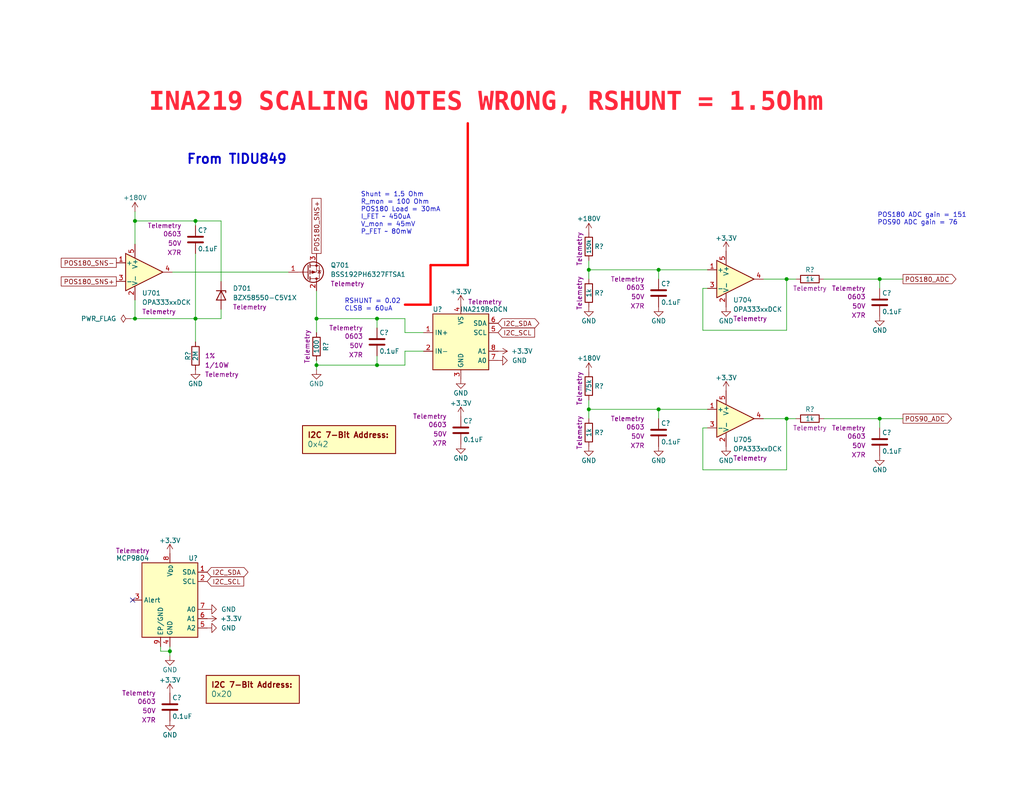
<source format=kicad_sch>
(kicad_sch (version 20230121) (generator eeschema)
  (paper "A")
  (title_block (date "2023-05-12") (rev "PRELIM") (company "Drew Maatman"))
  (lib_symbols
    (symbol "Amplifier_Operational:OPA333xxDCK" (pin_names (offset 0.127))
      (property "Reference" "U" (at 0 5.08 0))
      (property "Value" "OPA333xxDCK" (at 0 -5.08 0))
      (symbol "OPA333xxDCK_0_1"
        (polyline (pts (xy -5.08 5.08) (xy 5.08 0) (xy -5.08 -5.08) (xy -5.08 5.08)) (stroke (width 0.254)) (fill (type background)))
        (pin power_in line (at -2.54 -7.62 90) (length 3.81) (name "V-") (number "2"))
        (pin power_in line (at -2.54 7.62 270) (length 3.81) (name "V+") (number "5"))
      )
      (symbol "OPA333xxDCK_1_1"
        (pin input line (at -7.62 2.54 0) (length 2.54) (name "+") (number "1"))
        (pin input line (at -7.62 -2.54 0) (length 2.54) (name "-") (number "3"))
        (pin output line (at 7.62 0 180) (length 2.54) (name "~") (number "4"))
      )
    )
    (symbol "Analog_ADC:INA219BxDCN"
      (property "Reference" "U" (at -6.35 8.89 0))
      (property "Value" "Analog_ADC_INA219BxDCN" (at 6.35 8.89 0))
      (symbol "INA219BxDCN_0_1"
        (rectangle (start -7.62 7.62) (end 7.62 -7.62) (stroke (width 0.254)) (fill (type background)))
      )
      (symbol "INA219BxDCN_1_1"
        (pin input line (at -10.16 2.54 0) (length 2.54) (name "IN+") (number "1"))
        (pin input line (at -10.16 -2.54 0) (length 2.54) (name "IN-") (number "2"))
        (pin power_in line (at 0 -10.16 90) (length 2.54) (name "GND") (number "3"))
        (pin power_in line (at 0 10.16 270) (length 2.54) (name "VS") (number "4"))
        (pin input line (at 10.16 2.54 180) (length 2.54) (name "SCL") (number "5"))
        (pin bidirectional line (at 10.16 5.08 180) (length 2.54) (name "SDA") (number "6"))
        (pin input line (at 10.16 -5.08 180) (length 2.54) (name "A0") (number "7"))
        (pin input line (at 10.16 -2.54 180) (length 2.54) (name "A1") (number "8"))
      )
    )
    (symbol "Custom Library:+180" (power) (pin_names (offset 0))
      (property "Value" "+180V" (at 0 3.81 0))
      (symbol "+180_0_1"
        (polyline (pts (xy -0.762 1.27) (xy 0 2.54)))
        (polyline (pts (xy 0 0) (xy 0 2.54)))
        (polyline (pts (xy 0 2.54) (xy 0.762 1.27)))
      )
      (symbol "+180_1_1"
        (pin power_in line (at 0 0 90) (length 0) hide (name "+180V") (number "1"))
      )
    )
    (symbol "Custom Library:+180V" (power) (pin_names (offset 0))
      (property "Value" "+180V" (at 0 3.81 0))
      (symbol "+180V_0_1"
        (polyline (pts (xy -0.762 1.27) (xy 0 2.54)))
        (polyline (pts (xy 0 0) (xy 0 2.54)))
        (polyline (pts (xy 0 2.54) (xy 0.762 1.27)))
      )
      (symbol "+180V_1_1"
        (pin power_in line (at 0 0 90) (length 0) hide (name "+180V") (number "1"))
      )
    )
    (symbol "Custom Library:+90V" (power) (pin_names (offset 0))
      (property "Value" "+90V" (at 0 3.81 0))
      (symbol "+90V_0_1"
        (polyline (pts (xy -0.762 1.27) (xy 0 2.54)))
        (polyline (pts (xy 0 0) (xy 0 2.54)))
        (polyline (pts (xy 0 2.54) (xy 0.762 1.27)))
      )
      (symbol "+90V_1_1"
        (pin power_in line (at 0 0 90) (length 0) hide (name "+180V") (number "1"))
      )
    )
    (symbol "Custom_Library:C_Custom" (pin_numbers hide) (pin_names (offset 0.254))
      (property "Reference" "C" (at 0.635 2.54 0))
      (property "Value" "Custom_Library_C_Custom" (at 0.635 -2.54 0))
      (property "display_footprint" "Foot" (at -3.81 2.54 0))
      (property "Voltage" "V" (at -3.81 0 0))
      (property "Dielectric" "Er" (at -3.81 -2.54 0))
      (symbol "C_Custom_0_1"
        (polyline (pts (xy -2.032 -0.762) (xy 2.032 -0.762)) (stroke (width 0.508)))
        (polyline (pts (xy -2.032 0.762) (xy 2.032 0.762)) (stroke (width 0.508)))
      )
      (symbol "C_Custom_1_1"
        (pin passive line (at 0 3.81 270) (length 2.794) (name "~") (number "1"))
        (pin passive line (at 0 -3.81 90) (length 2.794) (name "~") (number "2"))
      )
    )
    (symbol "Custom_Library:I2C_Address" (pin_names (offset 1.016))
      (property "Value" "Custom_Library_I2C_Address" (at -11.43 0 0))
      (symbol "I2C_Address_0_0"
        (rectangle (start -12.7 5.08) (end 12.7 -2.54) (stroke (width 0.254)) (fill (type background)))
        (text "I2C 7-Bit Address:" (at -11.43 2.54 0) (effects (font (size 1.524 1.524) bold) (justify left)))
      )
    )
    (symbol "Custom_Library:R_Custom" (pin_numbers hide) (pin_names (offset 1.016) hide)
      (property "Reference" "R" (at -2.54 0 90))
      (property "Value" "Custom_Library_R_Custom" (at 0 0 90))
      (property "display_footprint" "Foot" (at 2.54 0 90))
      (property "Tolerance" "Tol" (at 5.08 0 90))
      (property "Wattage" "W" (at 7.62 0 90))
      (symbol "R_Custom_0_1"
        (rectangle (start 1.016 2.54) (end -1.016 -2.54) (stroke (width 0.254)))
      )
      (symbol "R_Custom_1_1"
        (pin passive line (at 0 3.81 270) (length 1.27) (name "1") (number "1"))
        (pin passive line (at 0 -3.81 90) (length 1.27) (name "2") (number "2"))
      )
    )
    (symbol "Device:D_Zener" (pin_numbers hide) (pin_names (offset 1.016) hide)
      (property "Reference" "D" (at 0 2.54 0))
      (property "Value" "D_Zener" (at 0 -2.54 0))
      (symbol "D_Zener_0_1"
        (polyline (pts (xy 1.27 0) (xy -1.27 0)))
        (polyline (pts (xy -1.27 -1.27) (xy -1.27 1.27) (xy -0.762 1.27)) (stroke (width 0.254)))
        (polyline (pts (xy 1.27 -1.27) (xy 1.27 1.27) (xy -1.27 0) (xy 1.27 -1.27)) (stroke (width 0.254)))
      )
      (symbol "D_Zener_1_1"
        (pin passive line (at -3.81 0 0) (length 2.54) (name "K") (number "1"))
        (pin passive line (at 3.81 0 180) (length 2.54) (name "A") (number "2"))
      )
    )
    (symbol "Device:Q_PMOS_GDS" (pin_names (offset 0) hide)
      (property "Reference" "Q" (at 5.08 1.27 0))
      (property "Value" "Q_PMOS_GDS" (at 5.08 -1.27 0))
      (symbol "Q_PMOS_GDS_0_1"
        (polyline (pts (xy 0.254 0) (xy -2.54 0)))
        (polyline (pts (xy 0.254 1.905) (xy 0.254 -1.905)) (stroke (width 0.254)))
        (polyline (pts (xy 0.762 -1.27) (xy 0.762 -2.286)) (stroke (width 0.254)))
        (polyline (pts (xy 0.762 0.508) (xy 0.762 -0.508)) (stroke (width 0.254)))
        (polyline (pts (xy 0.762 2.286) (xy 0.762 1.27)) (stroke (width 0.254)))
        (polyline (pts (xy 2.54 2.54) (xy 2.54 1.778)))
        (polyline (pts (xy 2.54 -2.54) (xy 2.54 0) (xy 0.762 0)))
        (polyline (pts (xy 0.762 1.778) (xy 3.302 1.778) (xy 3.302 -1.778) (xy 0.762 -1.778)))
        (polyline (pts (xy 2.286 0) (xy 1.27 0.381) (xy 1.27 -0.381) (xy 2.286 0)) (fill (type outline)))
        (polyline (pts (xy 2.794 -0.508) (xy 2.921 -0.381) (xy 3.683 -0.381) (xy 3.81 -0.254)))
        (polyline (pts (xy 3.302 -0.381) (xy 2.921 0.254) (xy 3.683 0.254) (xy 3.302 -0.381)))
        (circle (center 1.651 0) (radius 2.794) (stroke (width 0.254)))
        (circle (center 2.54 -1.778) (radius 0.254) (fill (type outline)))
        (circle (center 2.54 1.778) (radius 0.254) (fill (type outline)))
      )
      (symbol "Q_PMOS_GDS_1_1"
        (pin input line (at -5.08 0 0) (length 2.54) (name "G") (number "1"))
        (pin passive line (at 2.54 5.08 270) (length 2.54) (name "D") (number "2"))
        (pin passive line (at 2.54 -5.08 90) (length 2.54) (name "S") (number "3"))
      )
    )
    (symbol "Nixie-Clock-rescue:R" (pin_numbers hide) (pin_names (offset 0))
      (property "Reference" "R" (at 2.032 0 90))
      (property "Value" "R" (at 0 0 90))
      (symbol "R_0_1"
        (rectangle (start -1.016 -2.54) (end 1.016 2.54) (stroke (width 0.254)))
      )
      (symbol "R_1_1"
        (pin passive line (at 0 3.81 270) (length 1.27) (name "~") (number "1"))
        (pin passive line (at 0 -3.81 90) (length 1.27) (name "~") (number "2"))
      )
    )
    (symbol "Sensor_Temperature:MCP9804_DFN"
      (property "Reference" "U" (at -6.35 11.43 0))
      (property "Value" "MCP9804_DFN" (at 10.16 11.43 0))
      (symbol "MCP9804_DFN_0_1"
        (rectangle (start -7.62 10.16) (end 7.62 -10.16) (stroke (width 0.254)) (fill (type background)))
      )
      (symbol "MCP9804_DFN_1_1"
        (pin bidirectional line (at -10.16 7.62 0) (length 2.54) (name "SDA") (number "1"))
        (pin input line (at -10.16 5.08 0) (length 2.54) (name "SCL") (number "2"))
        (pin output line (at 10.16 0 180) (length 2.54) (name "Alert") (number "3"))
        (pin power_in line (at 0 -12.7 90) (length 2.54) (name "GND") (number "4"))
        (pin input line (at -10.16 -7.62 0) (length 2.54) (name "A2") (number "5"))
        (pin input line (at -10.16 -5.08 0) (length 2.54) (name "A1") (number "6"))
        (pin input line (at -10.16 -2.54 0) (length 2.54) (name "A0") (number "7"))
        (pin power_in line (at 0 12.7 270) (length 2.54) (name "V_{DD}") (number "8"))
        (pin power_in line (at 2.54 -12.7 90) (length 2.54) (name "EP/GND") (number "9"))
      )
    )
    (symbol "power:+3.3V" (power) (pin_names (offset 0))
      (property "Value" "+3.3V" (at 0 3.556 0))
      (symbol "+3.3V_0_1"
        (polyline (pts (xy -0.762 1.27) (xy 0 2.54)))
        (polyline (pts (xy 0 0) (xy 0 2.54)))
        (polyline (pts (xy 0 2.54) (xy 0.762 1.27)))
      )
      (symbol "+3.3V_1_1"
        (pin power_in line (at 0 0 90) (length 0) hide (name "+3.3V") (number "1"))
      )
    )
    (symbol "power:GND" (power) (pin_names (offset 0))
      (property "Value" "GND" (at 0 -3.81 0))
      (symbol "GND_0_1"
        (polyline (pts (xy 0 0) (xy 0 -1.27) (xy 1.27 -1.27) (xy 0 -2.54) (xy -1.27 -1.27) (xy 0 -1.27)))
      )
      (symbol "GND_1_1"
        (pin power_in line (at 0 0 270) (length 0) hide (name "GND") (number "1"))
      )
    )
    (symbol "power:PWR_FLAG" (power) (pin_numbers hide) (pin_names (offset 0) hide)
      (property "Value" "PWR_FLAG" (at 0 3.81 0))
      (symbol "PWR_FLAG_0_0"
        (pin power_out line (at 0 0 90) (length 0) (name "pwr") (number "1"))
      )
      (symbol "PWR_FLAG_0_1"
        (polyline (pts (xy 0 0) (xy 0 1.27) (xy -1.016 1.905) (xy 0 2.54) (xy 1.016 1.905) (xy 0 1.27)))
      )
    )
  )
  (junction (at 36.83 86.995))
  (junction (at 102.87 86.995))
  (junction (at 86.36 99.695))
  (junction (at 214.63 76.2))
  (junction (at 53.34 86.995))
  (junction (at 240.03 114.3))
  (junction (at 160.655 73.66))
  (junction (at 240.03 76.2))
  (junction (at 86.36 86.995))
  (junction (at 36.83 60.325))
  (junction (at 53.34 60.325))
  (junction (at 214.63 114.3))
  (junction (at 179.705 111.76))
  (junction (at 160.655 111.76))
  (junction (at 102.87 99.695))
  (junction (at 179.705 73.66))
  (junction (at 46.355 177.8))
  (no_connect (at 36.195 163.83))
  (wire (pts (xy 86.36 86.995) (xy 86.36 90.805)))
  (wire (pts (xy 36.83 81.915) (xy 36.83 86.995)))
  (wire (pts (xy 191.77 116.84) (xy 193.04 116.84)))
  (wire (pts (xy 160.655 109.22) (xy 160.655 111.76)))
  (wire (pts (xy 160.655 111.76) (xy 179.705 111.76)))
  (wire (pts (xy 102.87 89.535) (xy 102.87 86.995)))
  (wire (pts (xy 110.49 95.885) (xy 110.49 99.695)))
  (wire (pts (xy 46.355 179.07) (xy 46.355 177.8)))
  (wire (pts (xy 115.57 90.805) (xy 110.49 90.805)))
  (wire (pts (xy 208.28 76.2) (xy 214.63 76.2)))
  (wire (pts (xy 86.36 98.425) (xy 86.36 99.695)))
  (wire (pts (xy 110.49 99.695) (xy 102.87 99.695)))
  (wire (pts (xy 43.815 177.8) (xy 43.815 176.53)))
  (wire (pts (xy 35.56 86.995) (xy 36.83 86.995)))
  (wire (pts (xy 160.655 111.76) (xy 160.655 114.3)))
  (wire (pts (xy 53.34 60.325) (xy 36.83 60.325)))
  (wire (pts (xy 86.36 79.375) (xy 86.36 86.995)))
  (wire (pts (xy 160.655 71.12) (xy 160.655 73.66)))
  (wire (pts (xy 179.705 111.76) (xy 179.705 114.3)))
  (polyline (pts (xy 127.635 33.655) (xy 127.635 72.39)) (stroke (width 0.635) (color 255 0 0 1)))
  (wire (pts (xy 208.28 114.3) (xy 214.63 114.3)))
  (wire (pts (xy 240.03 76.2) (xy 246.38 76.2)))
  (wire (pts (xy 110.49 95.885) (xy 115.57 95.885)))
  (wire (pts (xy 53.34 86.995) (xy 60.325 86.995)))
  (wire (pts (xy 110.49 86.995) (xy 102.87 86.995)))
  (wire (pts (xy 179.705 73.66) (xy 193.04 73.66)))
  (wire (pts (xy 179.705 73.66) (xy 179.705 76.2)))
  (wire (pts (xy 214.63 76.2) (xy 217.17 76.2)))
  (wire (pts (xy 214.63 76.2) (xy 214.63 90.17)))
  (wire (pts (xy 214.63 128.27) (xy 191.77 128.27)))
  (wire (pts (xy 191.77 78.74) (xy 193.04 78.74)))
  (wire (pts (xy 36.83 57.785) (xy 36.83 60.325)))
  (polyline (pts (xy 117.475 72.39) (xy 127.635 72.39)) (stroke (width 0.635) (color 255 0 0 1)))
  (wire (pts (xy 86.36 99.695) (xy 86.36 100.965)))
  (wire (pts (xy 36.83 86.995) (xy 53.34 86.995)))
  (wire (pts (xy 160.655 73.66) (xy 179.705 73.66)))
  (wire (pts (xy 240.03 114.3) (xy 246.38 114.3)))
  (wire (pts (xy 214.63 114.3) (xy 217.17 114.3)))
  (wire (pts (xy 102.87 97.155) (xy 102.87 99.695)))
  (wire (pts (xy 60.325 76.835) (xy 60.325 60.325)))
  (wire (pts (xy 86.36 86.995) (xy 102.87 86.995)))
  (wire (pts (xy 53.34 60.325) (xy 53.34 61.595)))
  (wire (pts (xy 160.655 73.66) (xy 160.655 76.2)))
  (wire (pts (xy 53.34 69.215) (xy 53.34 86.995)))
  (wire (pts (xy 191.77 90.17) (xy 191.77 78.74)))
  (wire (pts (xy 53.34 60.325) (xy 60.325 60.325)))
  (polyline (pts (xy 110.49 83.185) (xy 117.475 83.185)) (stroke (width 0.635) (color 255 0 0 1)))
  (wire (pts (xy 86.36 99.695) (xy 102.87 99.695)))
  (wire (pts (xy 53.34 86.995) (xy 53.34 93.345)))
  (wire (pts (xy 214.63 90.17) (xy 191.77 90.17)))
  (wire (pts (xy 110.49 90.805) (xy 110.49 86.995)))
  (wire (pts (xy 46.355 177.8) (xy 43.815 177.8)))
  (wire (pts (xy 214.63 114.3) (xy 214.63 128.27)))
  (wire (pts (xy 224.79 114.3) (xy 240.03 114.3)))
  (polyline (pts (xy 117.475 83.185) (xy 117.475 72.39)) (stroke (width 0.635) (color 255 0 0 1)))
  (wire (pts (xy 224.79 76.2) (xy 240.03 76.2)))
  (wire (pts (xy 240.03 76.2) (xy 240.03 78.74)))
  (wire (pts (xy 60.325 86.995) (xy 60.325 84.455)))
  (wire (pts (xy 179.705 111.76) (xy 193.04 111.76)))
  (wire (pts (xy 46.99 74.295) (xy 78.74 74.295)))
  (wire (pts (xy 240.03 114.3) (xy 240.03 116.84)))
  (wire (pts (xy 36.83 60.325) (xy 36.83 66.675)))
  (wire (pts (xy 46.355 177.8) (xy 46.355 176.53)))
  (wire (pts (xy 191.77 128.27) (xy 191.77 116.84)))
  (text "POS180 ADC gain = 151\nPOS90 ADC gain = 76" (at 239.395 61.595 0) (effects (font (size 1.27 1.27)) (justify left bottom)))
  (text "RSHUNT = 0.02\nCLSB = 60uA" (at 93.98 85.09 0) (effects (font (size 1.27 1.27)) (justify left bottom)))
  (text "From TIDU849" (at 50.8 45.085 0) (effects (font (size 2.54 2.54) (thickness 0.508) bold) (justify left bottom)))
  (text "Shunt = 1.5 Ohm\nR_mon = 100 Ohm\nPOS180 Load = 30mA\nI_FET ~ 450uA\nV_mon = 45mV\nP_FET ~ 80mW" (at 98.425 64.135 0) (effects (font (size 1.27 1.27)) (justify left bottom)))
  (text "INA219 SCALING NOTES WRONG, RSHUNT = 1.5Ohm" (at 40.64 32.385 0) (effects (font (size 5.08 5.08) (thickness 0.254) bold) (justify left bottom)))
  (global_label "I2C_SDA" (shape bidirectional) (at 135.89 88.265 0) (property "Intersheetrefs" "${INTERSHEET_REFS}" (effects hide)))
  (global_label "I2C_SDA" (shape bidirectional) (at 56.515 156.21 0) (property "Intersheetrefs" "${INTERSHEET_REFS}" (effects hide)))
  (global_label "I2C_SCL" (shape input) (at 56.515 158.75 0) (property "Intersheetrefs" "${INTERSHEET_REFS}" (effects hide)))
  (global_label "POS180_SNS+" (shape passive) (at 86.36 69.215 90) (property "Intersheetrefs" "${INTERSHEET_REFS}" (effects hide)))
  (global_label "POS180_SNS+" (shape passive) (at 31.75 76.835 180) (property "Intersheetrefs" "${INTERSHEET_REFS}" (effects hide)))
  (global_label "POS90_ADC" (shape output) (at 246.38 114.3 0) (property "Intersheetrefs" "${INTERSHEET_REFS}" (effects hide)))
  (global_label "POS180_ADC" (shape output) (at 246.38 76.2 0) (property "Intersheetrefs" "${INTERSHEET_REFS}" (effects hide)))
  (global_label "POS180_SNS-" (shape passive) (at 31.75 71.755 180) (property "Intersheetrefs" "${INTERSHEET_REFS}" (effects hide)))
  (global_label "I2C_SCL" (shape input) (at 135.89 90.805 0) (property "Intersheetrefs" "${INTERSHEET_REFS}" (effects hide)))
  (symbol (lib_id "power:+3.3V") (at 198.12 68.58 0) (unit 1)
    (property "Reference" "#PWR?" (effects hide))
    (property "Value" "+3.3V" (at 198.12 65.024 0))
    (instances (project "Nixie_Clock_Core" (path "" (reference "#PWR?") (unit 1)) (path "" (reference "#PWR0716") (unit 1))) (project "LED_Panel_Controller" (path "" (reference "#PWR?") (unit 1)) (path "" (reference "#PWR?") (unit 1)) (path "" (reference "#PWR?") (unit 1)) (path "" (reference "#PWR?") (unit 1)) (path "" (reference "#PWR?") (unit 1)) (path "" (reference "#PWR?") (unit 1))))
  )
  (symbol (lib_id "power:GND") (at 179.705 83.82 0) (mirror y) (unit 1)
    (property "Reference" "#PWR?" (effects hide))
    (property "Value" "GND" (at 179.705 87.63 0))
  )
  (symbol (lib_id "power:GND") (at 240.03 86.36 0) (mirror y) (unit 1)
    (property "Reference" "#PWR?" (effects hide))
    (property "Value" "GND" (at 240.03 90.17 0))
  )
  (symbol (lib_id "Custom Library:+180V") (at 36.83 57.785 0) (unit 1)
    (property "Reference" "#PWR0701" (effects hide))
    (property "Value" "+180V" (at 36.83 53.975 0))
  )
  (symbol (lib_id "Custom_Library:C_Custom") (at 125.73 117.475 0) (unit 1)
    (property "Reference" "C?" (at 126.365 114.935 0) (effects (justify left)))
    (property "Value" "0.1uF" (at 126.365 120.015 0) (effects (justify left)))
    (property "Footprint" "Capacitors_SMD:C_0603" (effects hide))
    (property "display_footprint" "0603" (at 121.92 115.951 0) (effects (justify right)))
    (property "Voltage" "50V" (at 121.92 118.491 0) (effects (justify right)))
    (property "Dielectric" "X7R" (at 121.92 121.031 0) (effects (justify right)))
    (property "Configuration" "Telemetry" (at 121.92 113.665 0) (effects (justify right)))
    (property "Digi-Key PN" "1276-1935-1-ND" (effects hide))
    (instances (project "Nixie_Clock_Core" (path "" (reference "C?") (unit 1)) (path "" (reference "C704") (unit 1))) (project "LED_Panel_Controller" (path "" (reference "C?") (unit 1)) (path "" (reference "C?") (unit 1)) (path "" (reference "C?") (unit 1)) (path "" (reference "C?") (unit 1)) (path "" (reference "C?") (unit 1)) (path "" (reference "C?") (unit 1)) (path "" (reference "C?") (unit 1))))
  )
  (symbol (lib_id "power:GND") (at 240.03 124.46 0) (mirror y) (unit 1)
    (property "Reference" "#PWR?" (effects hide))
    (property "Value" "GND" (at 240.03 128.27 0))
  )
  (symbol (lib_id "Device:Q_PMOS_GDS") (at 83.82 74.295 0) (mirror x) (unit 1)
    (property "Reference" "Q701" (at 90.17 72.39 0) (effects (justify left)))
    (property "Value" "BSS192PH6327FTSA1" (at 90.17 74.93 0) (effects (justify left)))
    (property "Footprint" "Package_TO_SOT_SMD:SOT-89-3" (effects hide))
    (property "Digi-Key PN" "BSS192PH6327FTSA1CT-ND" (effects hide))
    (property "Configuration" "Telemetry" (at 90.17 77.47 0) (effects (justify left)))
  )
  (symbol (lib_id "Custom_Library:R_Custom") (at 160.655 67.31 0) (mirror y) (unit 1)
    (property "Reference" "R?" (at 162.179 67.31 0) (effects (justify right)))
    (property "Value" "150k" (at 160.655 67.31 90) (effects (font (size 1.016 1.016))))
    (property "Footprint" "Resistors_SMD:R_0603" (effects hide))
    (property "display_footprint" "0603" (effects hide))
    (property "Tolerance" "1%" (effects hide))
    (property "Wattage" "1/10W" (effects hide))
    (property "Configuration" "Telemetry" (at 158.115 67.945 90))
  )
  (symbol (lib_id "power:GND") (at 135.89 98.425 90) (mirror x) (unit 1)
    (property "Reference" "#PWR?" (effects hide))
    (property "Value" "GND" (at 139.7 98.425 90) (effects (justify right)))
    (instances (project "Nixie_Clock_Core" (path "" (reference "#PWR?") (unit 1)) (path "" (reference "#PWR0708") (unit 1))) (project "LED_Panel_Controller" (path "" (reference "#PWR?") (unit 1)) (path "" (reference "#PWR?") (unit 1)) (path "" (reference "#PWR?") (unit 1)) (path "" (reference "#PWR?") (unit 1)) (path "" (reference "#PWR?") (unit 1)) (path "" (reference "#PWR?") (unit 1)) (path "" (reference "#PWR?") (unit 1))))
  )
  (symbol (lib_id "power:GND") (at 56.515 171.45 90) (mirror x) (unit 1)
    (property "Reference" "#PWR?" (effects hide))
    (property "Value" "GND" (at 60.325 171.45 90) (effects (justify right)))
    (instances (project "Nixie_Clock_Core" (path "" (reference "#PWR?") (unit 1)) (path "" (reference "#PWR0728") (unit 1))) (project "LED_Panel_Controller" (path "" (reference "#PWR?") (unit 1)) (path "" (reference "#PWR?") (unit 1)) (path "" (reference "#PWR?") (unit 1)) (path "" (reference "#PWR?") (unit 1)) (path "" (reference "#PWR?") (unit 1)) (path "" (reference "#PWR?") (unit 1)) (path "" (reference "#PWR?") (unit 1))))
  )
  (symbol (lib_id "Custom_Library:C_Custom") (at 46.355 193.04 0) (unit 1)
    (property "Reference" "C?" (at 46.99 190.5 0) (effects (justify left)))
    (property "Value" "0.1uF" (at 46.99 195.58 0) (effects (justify left)))
    (property "Footprint" "Capacitors_SMD:C_0603" (effects hide))
    (property "display_footprint" "0603" (at 42.545 191.516 0) (effects (justify right)))
    (property "Voltage" "50V" (at 42.545 194.056 0) (effects (justify right)))
    (property "Dielectric" "X7R" (at 42.545 196.596 0) (effects (justify right)))
    (property "Configuration" "Telemetry" (at 42.545 189.23 0) (effects (justify right)))
    (property "Digi-Key PN" "1276-1935-1-ND" (effects hide))
    (instances (project "Nixie_Clock_Core" (path "" (reference "C?") (unit 1)) (path "" (reference "C701") (unit 1))) (project "LED_Panel_Controller" (path "" (reference "C?") (unit 1)) (path "" (reference "C?") (unit 1)) (path "" (reference "C?") (unit 1)) (path "" (reference "C?") (unit 1)) (path "" (reference "C?") (unit 1)) (path "" (reference "C?") (unit 1)) (path "" (reference "C?") (unit 1))))
  )
  (symbol (lib_id "power:GND") (at 125.73 121.285 0) (unit 1)
    (property "Reference" "#PWR?" (effects hide))
    (property "Value" "GND" (at 125.73 125.095 0))
    (instances (project "Nixie_Clock_Core" (path "" (reference "#PWR?") (unit 1)) (path "" (reference "#PWR0707") (unit 1))) (project "LED_Panel_Controller" (path "" (reference "#PWR?") (unit 1)) (path "" (reference "#PWR?") (unit 1)) (path "" (reference "#PWR?") (unit 1)) (path "" (reference "#PWR?") (unit 1)) (path "" (reference "#PWR?") (unit 1)) (path "" (reference "#PWR?") (unit 1))))
  )
  (symbol (lib_id "Custom_Library:I2C_Address") (at 95.25 121.285 0) (unit 1)
    (property "Reference" "DOC?" (effects hide))
    (property "Value" "0x42" (at 83.82 121.285 0) (effects (font (size 1.524 1.524)) (justify left)))
    (instances (project "Nixie_Clock_Core" (path "" (reference "DOC?") (unit 1)) (path "" (reference "DOC702") (unit 1))) (project "LED_Panel_Controller" (path "" (reference "DOC?") (unit 1)) (path "" (reference "DOC?") (unit 1)) (path "" (reference "DOC?") (unit 1)) (path "" (reference "DOC?") (unit 1)) (path "" (reference "DOC?") (unit 1)) (path "" (reference "DOC?") (unit 1))))
  )
  (symbol (lib_id "Amplifier_Operational:OPA333xxDCK") (at 200.66 114.3 0) (unit 1)
    (property "Reference" "U705" (at 200.025 120.015 0) (effects (justify left)))
    (property "Value" "OPA333xxDCK" (at 200.025 122.555 0) (effects (justify left)))
    (property "Footprint" "Package_TO_SOT_SMD:SOT-353_SC-70-5" (effects hide))
    (property "Datasheet" "http://www.ti.com/lit/ds/symlink/opa333.pdf" (effects hide))
    (property "Digi-Key PN" "296-22188-1-ND" (effects hide))
    (property "Configuration" "Telemetry" (at 200.025 125.095 0) (effects (justify left)))
  )
  (symbol (lib_id "Custom Library:+90V") (at 160.655 101.6 0) (unit 1)
    (property "Reference" "#PWR?" (effects hide))
    (property "Value" "+90V" (at 160.655 97.79 0))
  )
  (symbol (lib_id "power:GND") (at 198.12 83.82 0) (unit 1)
    (property "Reference" "#PWR0715" (effects hide))
    (property "Value" "GND" (at 198.12 87.63 0))
  )
  (symbol (lib_id "Amplifier_Operational:OPA333xxDCK") (at 39.37 74.295 0) (unit 1)
    (property "Reference" "U701" (at 38.735 80.01 0) (effects (justify left)))
    (property "Value" "OPA333xxDCK" (at 38.735 82.55 0) (effects (justify left)))
    (property "Footprint" "Package_TO_SOT_SMD:SOT-353_SC-70-5" (effects hide))
    (property "Datasheet" "http://www.ti.com/lit/ds/symlink/opa333.pdf" (effects hide))
    (property "Digi-Key PN" "296-22188-1-ND" (effects hide))
    (property "Configuration" "Telemetry" (at 38.735 85.09 0) (effects (justify left)))
  )
  (symbol (lib_id "Custom_Library:R_Custom") (at 220.98 76.2 90) (mirror x) (unit 1)
    (property "Reference" "R?" (at 220.98 73.66 90))
    (property "Value" "1k" (at 220.98 76.2 90))
    (property "Footprint" "Resistors_SMD:R_0603" (effects hide))
    (property "display_footprint" "0603" (effects hide))
    (property "Tolerance" "1%" (effects hide))
    (property "Wattage" "1/10W" (effects hide))
    (property "Configuration" "Telemetry" (at 220.98 78.74 90))
  )
  (symbol (lib_id "Device:D_Zener") (at 60.325 80.645 270) (unit 1)
    (property "Reference" "D701" (at 63.5 78.74 90) (effects (justify left)))
    (property "Value" "BZX58550-C5V1X" (at 63.5 81.28 90) (effects (justify left)))
    (property "Footprint" "Diodes_SMD:D_SOD-523" (effects hide))
    (property "Digi-Key PN" "1727-BZX58550-C5V1XCT-ND" (effects hide))
    (property "Configuration" "Telemetry" (at 63.5 83.82 90) (effects (justify left)))
  )
  (symbol (lib_id "Custom_Library:I2C_Address") (at 68.961 189.484 0) (unit 1)
    (property "Reference" "DOC?" (effects hide))
    (property "Value" "0x20" (at 57.531 189.484 0) (effects (font (size 1.524 1.524)) (justify left)))
    (instances (project "Nixie_Clock_Core" (path "" (reference "DOC?") (unit 1)) (path "" (reference "DOC701") (unit 1))) (project "LED_Panel_Controller" (path "" (reference "DOC?") (unit 1)) (path "" (reference "DOC?") (unit 1)) (path "" (reference "DOC?") (unit 1)) (path "" (reference "DOC?") (unit 1)) (path "" (reference "DOC?") (unit 1)) (path "" (reference "DOC?") (unit 1))))
  )
  (symbol (lib_id "power:+3.3V") (at 56.515 168.91 270) (mirror x) (unit 1)
    (property "Reference" "#PWR?" (effects hide))
    (property "Value" "+3.3V" (at 60.071 168.91 90) (effects (justify left)))
    (instances (project "Nixie_Clock_Core" (path "" (reference "#PWR?") (unit 1)) (path "" (reference "#PWR0727") (unit 1))) (project "LED_Panel_Controller" (path "" (reference "#PWR?") (unit 1)) (path "" (reference "#PWR?") (unit 1)) (path "" (reference "#PWR?") (unit 1)) (path "" (reference "#PWR?") (unit 1)) (path "" (reference "#PWR?") (unit 1)) (path "" (reference "#PWR?") (unit 1))))
  )
  (symbol (lib_id "Custom_Library:R_Custom") (at 160.655 105.41 0) (mirror y) (unit 1)
    (property "Reference" "R?" (at 162.179 105.41 0) (effects (justify right)))
    (property "Value" "75k" (at 160.655 105.41 90))
    (property "Footprint" "Resistors_SMD:R_0603" (effects hide))
    (property "display_footprint" "0603" (effects hide))
    (property "Tolerance" "1%" (effects hide))
    (property "Wattage" "1/10W" (effects hide))
    (property "Configuration" "Telemetry" (at 158.115 106.045 90))
  )
  (symbol (lib_id "Custom_Library:R_Custom") (at 86.36 94.615 0) (mirror y) (unit 1)
    (property "Reference" "R?" (at 88.9 94.615 90))
    (property "Value" "100" (at 86.36 94.615 90))
    (property "Footprint" "Resistors_SMD:R_0603" (effects hide))
    (property "display_footprint" "0603" (effects hide))
    (property "Tolerance" "1%" (effects hide))
    (property "Wattage" "1/10W" (effects hide))
    (property "Configuration" "Telemetry" (at 83.82 94.615 90))
    (instances (project "Nixie_Clock_Core" (path "" (reference "R?") (unit 1)) (path "" (reference "R?") (unit 1)) (path "" (reference "R702") (unit 1))) (project "LED_Panel_Controller" (path "" (reference "R?") (unit 1)) (path "" (reference "R?") (unit 1)) (path "" (reference "R?") (unit 1)) (path "" (reference "R?") (unit 1)) (path "" (reference "R?") (unit 1)) (path "" (reference "R?") (unit 1))))
  )
  (symbol (lib_id "Custom Library:+180") (at 160.655 63.5 0) (unit 1)
    (property "Reference" "#PWR?" (effects hide))
    (property "Value" "+180V" (at 160.655 59.69 0))
  )
  (symbol (lib_id "power:+3.3V") (at 198.12 106.68 0) (unit 1)
    (property "Reference" "#PWR?" (effects hide))
    (property "Value" "+3.3V" (at 198.12 103.124 0))
    (instances (project "Nixie_Clock_Core" (path "" (reference "#PWR?") (unit 1)) (path "" (reference "#PWR0719") (unit 1))) (project "LED_Panel_Controller" (path "" (reference "#PWR?") (unit 1)) (path "" (reference "#PWR?") (unit 1)) (path "" (reference "#PWR?") (unit 1)) (path "" (reference "#PWR?") (unit 1)) (path "" (reference "#PWR?") (unit 1)) (path "" (reference "#PWR?") (unit 1))))
  )
  (symbol (lib_id "Custom_Library:C_Custom") (at 240.03 120.65 0) (unit 1)
    (property "Reference" "C?" (at 240.665 118.11 0) (effects (justify left)))
    (property "Value" "0.1uF" (at 240.665 123.19 0) (effects (justify left)))
    (property "Footprint" "Capacitors_SMD:C_0603" (effects hide))
    (property "display_footprint" "0603" (at 236.22 119.126 0) (effects (justify right)))
    (property "Voltage" "50V" (at 236.22 121.666 0) (effects (justify right)))
    (property "Dielectric" "X7R" (at 236.22 124.206 0) (effects (justify right)))
    (property "Configuration" "Telemetry" (at 236.22 116.84 0) (effects (justify right)))
    (property "Digi-Key PN" "1276-1935-1-ND" (effects hide))
    (instances (project "Nixie_Clock_Core" (path "" (reference "C?") (unit 1)) (path "" (reference "C708") (unit 1))) (project "LED_Panel_Controller" (path "" (reference "C?") (unit 1)) (path "" (reference "C?") (unit 1)) (path "" (reference "C?") (unit 1)) (path "" (reference "C?") (unit 1)) (path "" (reference "C?") (unit 1)) (path "" (reference "C?") (unit 1)) (path "" (reference "C?") (unit 1))))
  )
  (symbol (lib_id "Sensor_Temperature:MCP9804_DFN") (at 46.355 163.83 0) (mirror y) (unit 1)
    (property "Reference" "U?" (at 52.705 152.4 0))
    (property "Value" "MCP9804" (at 36.195 152.4 0))
    (property "Footprint" "Package_DFN_QFN:DFN-8-1EP_3x2mm_P0.5mm_EP1.3x1.5mm" (effects hide))
    (property "Datasheet" "http://ww1.microchip.com/downloads/en/DeviceDoc/22203b.pdf" (effects hide))
    (property "Digi-Key PN" "MCP9804T-E/MCCT-ND" (effects hide))
    (property "Configuration" "Telemetry" (at 36.195 150.368 0))
    (instances (project "Nixie_Clock_Core" (path "" (reference "U?") (unit 1)) (path "" (reference "U702") (unit 1))) (project "LED_Panel_Controller" (path "" (reference "U?") (unit 1)) (path "" (reference "U?") (unit 1)) (path "" (reference "U?") (unit 1)) (path "" (reference "U?") (unit 1)) (path "" (reference "U?") (unit 1)) (path "" (reference "U?") (unit 1)) (path "" (reference "U?") (unit 1))))
  )
  (symbol (lib_id "power:+3.3V") (at 46.355 189.23 0) (unit 1)
    (property "Reference" "#PWR?" (effects hide))
    (property "Value" "+3.3V" (at 46.355 185.674 0))
    (instances (project "Nixie_Clock_Core" (path "" (reference "#PWR?") (unit 1)) (path "" (reference "#PWR0724") (unit 1))) (project "LED_Panel_Controller" (path "" (reference "#PWR?") (unit 1)) (path "" (reference "#PWR?") (unit 1)) (path "" (reference "#PWR?") (unit 1)) (path "" (reference "#PWR?") (unit 1)) (path "" (reference "#PWR?") (unit 1)) (path "" (reference "#PWR?") (unit 1))))
  )
  (symbol (lib_id "power:PWR_FLAG") (at 35.56 86.995 90) (unit 1)
    (property "Reference" "#FLG0701" (effects hide))
    (property "Value" "PWR_FLAG" (at 31.75 86.995 90) (effects (justify left)))
  )
  (symbol (lib_id "Custom_Library:R_Custom") (at 160.655 80.01 0) (mirror y) (unit 1)
    (property "Reference" "R?" (at 162.179 80.01 0) (effects (justify right)))
    (property "Value" "1k" (at 160.655 80.01 90))
    (property "Footprint" "Resistors_SMD:R_0603" (effects hide))
    (property "display_footprint" "0603" (effects hide))
    (property "Tolerance" "1%" (effects hide))
    (property "Wattage" "1/10W" (effects hide))
    (property "Configuration" "Telemetry" (at 158.115 80.01 90))
  )
  (symbol (lib_id "power:GND") (at 160.655 83.82 0) (mirror y) (unit 1)
    (property "Reference" "#PWR?" (effects hide))
    (property "Value" "GND" (at 160.655 87.63 0))
  )
  (symbol (lib_id "Custom_Library:C_Custom") (at 102.87 93.345 0) (unit 1)
    (property "Reference" "C?" (at 103.505 90.805 0) (effects (justify left)))
    (property "Value" "0.1uF" (at 103.505 95.885 0) (effects (justify left)))
    (property "Footprint" "Capacitors_SMD:C_0603" (effects hide))
    (property "display_footprint" "0603" (at 99.06 91.821 0) (effects (justify right)))
    (property "Voltage" "50V" (at 99.06 94.361 0) (effects (justify right)))
    (property "Dielectric" "X7R" (at 99.06 96.901 0) (effects (justify right)))
    (property "Configuration" "Telemetry" (at 99.06 89.535 0) (effects (justify right)))
    (property "Digi-Key PN" "1276-1935-1-ND" (effects hide))
    (instances (project "Nixie_Clock_Core" (path "" (reference "C?") (unit 1)) (path "" (reference "C703") (unit 1))) (project "LED_Panel_Controller" (path "" (reference "C?") (unit 1)) (path "" (reference "C?") (unit 1)) (path "" (reference "C?") (unit 1)) (path "" (reference "C?") (unit 1)) (path "" (reference "C?") (unit 1)) (path "" (reference "C?") (unit 1)) (path "" (reference "C?") (unit 1))))
  )
  (symbol (lib_id "power:GND") (at 53.34 100.965 0) (unit 1)
    (property "Reference" "#PWR?" (effects hide))
    (property "Value" "GND" (at 53.34 104.775 0))
    (instances (project "Nixie_Clock_Core" (path "" (reference "#PWR?") (unit 1)) (path "" (reference "#PWR0702") (unit 1))) (project "LED_Panel_Controller" (path "" (reference "#PWR?") (unit 1)) (path "" (reference "#PWR?") (unit 1)) (path "" (reference "#PWR?") (unit 1)) (path "" (reference "#PWR?") (unit 1)) (path "" (reference "#PWR?") (unit 1)) (path "" (reference "#PWR?") (unit 1))))
  )
  (symbol (lib_id "Nixie-Clock-rescue:R") (at 53.34 97.155 0) (mirror y) (unit 1)
    (property "Reference" "R?" (at 51.308 97.155 90))
    (property "Value" "2M" (at 53.34 97.155 90))
    (property "Footprint" "Resistors_SMD:R_0603" (effects hide))
    (property "Wattage" "1/10W" (at 55.88 99.695 0) (effects (justify right)))
    (property "Tolerance" "1%" (at 55.88 97.155 0) (effects (justify right)))
    (property "Configuration" "Telemetry" (at 55.88 102.235 0) (effects (justify right)))
    (property "display_footprint" "0603" (effects hide))
    (instances (project "Nixie_Clock_Core" (path "" (reference "R?") (unit 1)) (path "" (reference "R701") (unit 1))) (project "Nixie Clock" (path "" (reference "R?") (unit 1))))
  )
  (symbol (lib_id "Custom_Library:C_Custom") (at 240.03 82.55 0) (unit 1)
    (property "Reference" "C?" (at 240.665 80.01 0) (effects (justify left)))
    (property "Value" "0.1uF" (at 240.665 85.09 0) (effects (justify left)))
    (property "Footprint" "Capacitors_SMD:C_0603" (effects hide))
    (property "display_footprint" "0603" (at 236.22 81.026 0) (effects (justify right)))
    (property "Voltage" "50V" (at 236.22 83.566 0) (effects (justify right)))
    (property "Dielectric" "X7R" (at 236.22 86.106 0) (effects (justify right)))
    (property "Configuration" "Telemetry" (at 236.22 78.74 0) (effects (justify right)))
    (property "Digi-Key PN" "1276-1935-1-ND" (effects hide))
    (instances (project "Nixie_Clock_Core" (path "" (reference "C?") (unit 1)) (path "" (reference "C707") (unit 1))) (project "LED_Panel_Controller" (path "" (reference "C?") (unit 1)) (path "" (reference "C?") (unit 1)) (path "" (reference "C?") (unit 1)) (path "" (reference "C?") (unit 1)) (path "" (reference "C?") (unit 1)) (path "" (reference "C?") (unit 1)) (path "" (reference "C?") (unit 1))))
  )
  (symbol (lib_id "power:GND") (at 46.355 196.85 0) (unit 1)
    (property "Reference" "#PWR?" (effects hide))
    (property "Value" "GND" (at 46.355 200.66 0))
    (instances (project "Nixie_Clock_Core" (path "" (reference "#PWR?") (unit 1)) (path "" (reference "#PWR0725") (unit 1))) (project "LED_Panel_Controller" (path "" (reference "#PWR?") (unit 1)) (path "" (reference "#PWR?") (unit 1)) (path "" (reference "#PWR?") (unit 1)) (path "" (reference "#PWR?") (unit 1)) (path "" (reference "#PWR?") (unit 1)) (path "" (reference "#PWR?") (unit 1))))
  )
  (symbol (lib_id "Custom_Library:C_Custom") (at 179.705 80.01 0) (unit 1)
    (property "Reference" "C?" (at 180.34 77.47 0) (effects (justify left)))
    (property "Value" "0.1uF" (at 180.34 82.55 0) (effects (justify left)))
    (property "Footprint" "Capacitors_SMD:C_0603" (effects hide))
    (property "display_footprint" "0603" (at 175.895 78.486 0) (effects (justify right)))
    (property "Voltage" "50V" (at 175.895 81.026 0) (effects (justify right)))
    (property "Dielectric" "X7R" (at 175.895 83.566 0) (effects (justify right)))
    (property "Configuration" "Telemetry" (at 175.895 76.2 0) (effects (justify right)))
    (property "Digi-Key PN" "1276-1935-1-ND" (effects hide))
    (instances (project "Nixie_Clock_Core" (path "" (reference "C?") (unit 1)) (path "" (reference "C705") (unit 1))) (project "LED_Panel_Controller" (path "" (reference "C?") (unit 1)) (path "" (reference "C?") (unit 1)) (path "" (reference "C?") (unit 1)) (path "" (reference "C?") (unit 1)) (path "" (reference "C?") (unit 1)) (path "" (reference "C?") (unit 1)) (path "" (reference "C?") (unit 1))))
  )
  (symbol (lib_id "power:+3.3V") (at 125.73 83.185 0) (unit 1)
    (property "Reference" "#PWR?" (effects hide))
    (property "Value" "+3.3V" (at 125.73 79.629 0))
    (instances (project "Nixie_Clock_Core" (path "" (reference "#PWR?") (unit 1)) (path "" (reference "#PWR0704") (unit 1))) (project "LED_Panel_Controller" (path "" (reference "#PWR?") (unit 1)) (path "" (reference "#PWR?") (unit 1)) (path "" (reference "#PWR?") (unit 1)) (path "" (reference "#PWR?") (unit 1)) (path "" (reference "#PWR?") (unit 1)) (path "" (reference "#PWR?") (unit 1))))
  )
  (symbol (lib_id "power:GND") (at 86.36 100.965 0) (unit 1)
    (property "Reference" "#PWR?" (effects hide))
    (property "Value" "GND" (at 86.36 104.775 0))
    (instances (project "Nixie_Clock_Core" (path "" (reference "#PWR?") (unit 1)) (path "" (reference "#PWR0703") (unit 1))) (project "LED_Panel_Controller" (path "" (reference "#PWR?") (unit 1)) (path "" (reference "#PWR?") (unit 1)) (path "" (reference "#PWR?") (unit 1)) (path "" (reference "#PWR?") (unit 1)) (path "" (reference "#PWR?") (unit 1)) (path "" (reference "#PWR?") (unit 1))))
  )
  (symbol (lib_id "power:GND") (at 198.12 121.92 0) (unit 1)
    (property "Reference" "#PWR0720" (effects hide))
    (property "Value" "GND" (at 198.12 125.73 0))
  )
  (symbol (lib_id "power:+3.3V") (at 135.89 95.885 270) (unit 1)
    (property "Reference" "#PWR?" (effects hide))
    (property "Value" "+3.3V" (at 139.446 95.885 90) (effects (justify left)))
    (instances (project "Nixie_Clock_Core" (path "" (reference "#PWR?") (unit 1)) (path "" (reference "#PWR0709") (unit 1))) (project "LED_Panel_Controller" (path "" (reference "#PWR?") (unit 1)) (path "" (reference "#PWR?") (unit 1)) (path "" (reference "#PWR?") (unit 1)) (path "" (reference "#PWR?") (unit 1)) (path "" (reference "#PWR?") (unit 1)) (path "" (reference "#PWR?") (unit 1))))
  )
  (symbol (lib_id "Custom_Library:R_Custom") (at 160.655 118.11 0) (mirror y) (unit 1)
    (property "Reference" "R?" (at 162.179 118.11 0) (effects (justify right)))
    (property "Value" "1k" (at 160.655 118.11 90))
    (property "Footprint" "Resistors_SMD:R_0603" (effects hide))
    (property "display_footprint" "0603" (effects hide))
    (property "Tolerance" "1%" (effects hide))
    (property "Wattage" "1/10W" (effects hide))
    (property "Configuration" "Telemetry" (at 158.115 118.11 90))
  )
  (symbol (lib_id "Custom_Library:C_Custom") (at 53.34 65.405 0) (unit 1)
    (property "Reference" "C?" (at 53.975 62.865 0) (effects (justify left)))
    (property "Value" "0.1uF" (at 53.975 67.945 0) (effects (justify left)))
    (property "Footprint" "Capacitors_SMD:C_0603" (effects hide))
    (property "display_footprint" "0603" (at 49.53 63.881 0) (effects (justify right)))
    (property "Voltage" "50V" (at 49.53 66.421 0) (effects (justify right)))
    (property "Dielectric" "X7R" (at 49.53 68.961 0) (effects (justify right)))
    (property "Configuration" "Telemetry" (at 49.53 61.595 0) (effects (justify right)))
    (property "Digi-Key PN" "1276-1935-1-ND" (effects hide))
    (instances (project "Nixie_Clock_Core" (path "" (reference "C?") (unit 1)) (path "" (reference "C702") (unit 1))) (project "LED_Panel_Controller" (path "" (reference "C?") (unit 1)) (path "" (reference "C?") (unit 1)) (path "" (reference "C?") (unit 1)) (path "" (reference "C?") (unit 1)) (path "" (reference "C?") (unit 1)) (path "" (reference "C?") (unit 1)) (path "" (reference "C?") (unit 1))))
  )
  (symbol (lib_id "power:+3.3V") (at 125.73 113.665 0) (unit 1)
    (property "Reference" "#PWR?" (effects hide))
    (property "Value" "+3.3V" (at 125.73 110.109 0))
    (instances (project "Nixie_Clock_Core" (path "" (reference "#PWR?") (unit 1)) (path "" (reference "#PWR0706") (unit 1))) (project "LED_Panel_Controller" (path "" (reference "#PWR?") (unit 1)) (path "" (reference "#PWR?") (unit 1)) (path "" (reference "#PWR?") (unit 1)) (path "" (reference "#PWR?") (unit 1)) (path "" (reference "#PWR?") (unit 1)) (path "" (reference "#PWR?") (unit 1))))
  )
  (symbol (lib_id "Custom_Library:C_Custom") (at 179.705 118.11 0) (unit 1)
    (property "Reference" "C?" (at 180.34 115.57 0) (effects (justify left)))
    (property "Value" "0.1uF" (at 180.34 120.65 0) (effects (justify left)))
    (property "Footprint" "Capacitors_SMD:C_0603" (effects hide))
    (property "display_footprint" "0603" (at 175.895 116.586 0) (effects (justify right)))
    (property "Voltage" "50V" (at 175.895 119.126 0) (effects (justify right)))
    (property "Dielectric" "X7R" (at 175.895 121.666 0) (effects (justify right)))
    (property "Configuration" "Telemetry" (at 175.895 114.3 0) (effects (justify right)))
    (property "Digi-Key PN" "1276-1935-1-ND" (effects hide))
    (instances (project "Nixie_Clock_Core" (path "" (reference "C?") (unit 1)) (path "" (reference "C706") (unit 1))) (project "LED_Panel_Controller" (path "" (reference "C?") (unit 1)) (path "" (reference "C?") (unit 1)) (path "" (reference "C?") (unit 1)) (path "" (reference "C?") (unit 1)) (path "" (reference "C?") (unit 1)) (path "" (reference "C?") (unit 1)) (path "" (reference "C?") (unit 1))))
  )
  (symbol (lib_id "Amplifier_Operational:OPA333xxDCK") (at 200.66 76.2 0) (unit 1)
    (property "Reference" "U704" (at 200.025 81.915 0) (effects (justify left)))
    (property "Value" "OPA333xxDCK" (at 200.025 84.455 0) (effects (justify left)))
    (property "Footprint" "Package_TO_SOT_SMD:SOT-353_SC-70-5" (effects hide))
    (property "Datasheet" "http://www.ti.com/lit/ds/symlink/opa333.pdf" (effects hide))
    (property "Digi-Key PN" "296-22188-1-ND" (effects hide))
    (property "Configuration" "Telemetry" (at 200.025 86.995 0) (effects (justify left)))
  )
  (symbol (lib_id "Analog_ADC:INA219BxDCN") (at 125.73 93.345 0) (unit 1)
    (property "Reference" "U?" (at 119.38 84.455 0))
    (property "Value" "INA219BxDCN" (at 132.08 84.455 0))
    (property "Footprint" "Package_TO_SOT_SMD:SOT-23-8" (effects hide))
    (property "Datasheet" "http://www.ti.com/lit/ds/symlink/ina219.pdf" (effects hide))
    (property "Digi-Key PN" "296-46420-1-ND" (effects hide))
    (property "Configuration" "Telemetry" (at 132.334 82.423 0))
    (instances (project "Nixie_Clock_Core" (path "" (reference "U?") (unit 1)) (path "" (reference "U703") (unit 1))) (project "LED_Panel_Controller" (path "" (reference "U?") (unit 1))))
  )
  (symbol (lib_id "power:+3.3V") (at 46.355 151.13 0) (mirror y) (unit 1)
    (property "Reference" "#PWR?" (effects hide))
    (property "Value" "+3.3V" (at 46.355 147.574 0))
    (instances (project "Nixie_Clock_Core" (path "" (reference "#PWR?") (unit 1)) (path "" (reference "#PWR0722") (unit 1))) (project "LED_Panel_Controller" (path "" (reference "#PWR?") (unit 1)) (path "" (reference "#PWR?") (unit 1)) (path "" (reference "#PWR?") (unit 1)) (path "" (reference "#PWR?") (unit 1)) (path "" (reference "#PWR?") (unit 1)) (path "" (reference "#PWR?") (unit 1))))
  )
  (symbol (lib_id "power:GND") (at 179.705 121.92 0) (mirror y) (unit 1)
    (property "Reference" "#PWR?" (effects hide))
    (property "Value" "GND" (at 179.705 125.73 0))
  )
  (symbol (lib_id "power:GND") (at 160.655 121.92 0) (mirror y) (unit 1)
    (property "Reference" "#PWR?" (effects hide))
    (property "Value" "GND" (at 160.655 125.73 0))
  )
  (symbol (lib_id "power:GND") (at 46.355 179.07 0) (mirror y) (unit 1)
    (property "Reference" "#PWR?" (effects hide))
    (property "Value" "GND" (at 46.355 182.88 0))
    (instances (project "Nixie_Clock_Core" (path "" (reference "#PWR?") (unit 1)) (path "" (reference "#PWR0723") (unit 1))) (project "LED_Panel_Controller" (path "" (reference "#PWR?") (unit 1)) (path "" (reference "#PWR?") (unit 1)) (path "" (reference "#PWR?") (unit 1)) (path "" (reference "#PWR?") (unit 1)) (path "" (reference "#PWR?") (unit 1)) (path "" (reference "#PWR?") (unit 1)) (path "" (reference "#PWR?") (unit 1))))
  )
  (symbol (lib_id "power:GND") (at 125.73 103.505 0) (unit 1)
    (property "Reference" "#PWR?" (effects hide))
    (property "Value" "GND" (at 125.73 107.315 0))
    (instances (project "Nixie_Clock_Core" (path "" (reference "#PWR?") (unit 1)) (path "" (reference "#PWR0705") (unit 1))) (project "LED_Panel_Controller" (path "" (reference "#PWR?") (unit 1)) (path "" (reference "#PWR?") (unit 1)) (path "" (reference "#PWR?") (unit 1)) (path "" (reference "#PWR?") (unit 1)) (path "" (reference "#PWR?") (unit 1)) (path "" (reference "#PWR?") (unit 1))))
  )
  (symbol (lib_id "power:GND") (at 56.515 166.37 90) (mirror x) (unit 1)
    (property "Reference" "#PWR?" (effects hide))
    (property "Value" "GND" (at 60.325 166.37 90) (effects (justify right)))
    (instances (project "Nixie_Clock_Core" (path "" (reference "#PWR?") (unit 1)) (path "" (reference "#PWR0726") (unit 1))) (project "LED_Panel_Controller" (path "" (reference "#PWR?") (unit 1)) (path "" (reference "#PWR?") (unit 1)) (path "" (reference "#PWR?") (unit 1)) (path "" (reference "#PWR?") (unit 1)) (path "" (reference "#PWR?") (unit 1)) (path "" (reference "#PWR?") (unit 1)) (path "" (reference "#PWR?") (unit 1))))
  )
  (symbol (lib_id "Custom_Library:R_Custom") (at 220.98 114.3 90) (mirror x) (unit 1)
    (property "Reference" "R?" (at 220.98 111.76 90))
    (property "Value" "1k" (at 220.98 114.3 90))
    (property "Footprint" "Resistors_SMD:R_0603" (effects hide))
    (property "display_footprint" "0603" (effects hide))
    (property "Tolerance" "1%" (effects hide))
    (property "Wattage" "1/10W" (effects hide))
    (property "Configuration" "Telemetry" (at 220.98 116.84 90))
  )
)
</source>
